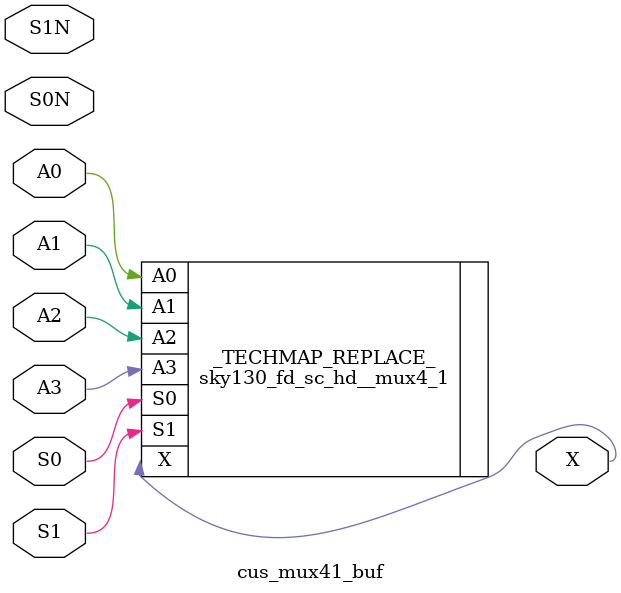
<source format=v>
/*
module \$_DLATCH_N_ (E, D, Q);
  //wire [1023:0] _TECHMAP_DO_ = "simplemap; opt";
  input E, D;
  output Q;
//  TLATNX1M _TECHMAP_REPLACE_ (
  sky130_fd_sc_hd__udp_dlatch_p _TECHMAP_REPLACE_ (
    .D(D),
    .GATE(E),
    .Q(Q)
  );
endmodule

module \$_DLATCH_P_ (E, D, Q);
  //wire [1023:0] _TECHMAP_DO_ = "simplemap; opt";
  input E, D;
  output Q;
//  TLATNX1M _TECHMAP_REPLACE_ (
  sky130_fd_sc_hd__udp_dlatch_p _TECHMAP_REPLACE_ (
    .D(D),
    .GATE(E),
    .Q(Q)
  );
endmodule
module \$_DLATCH_N_ (E, D, Q);
  input E, D;
  output Q;
  sky130_fd_sc_hd__dlrtp_1 _TECHMAP_REPLACE_ (
    .D(D),
    .GATE(E),
    .RESET_B(1'b1), //disable reset (active low)
    .Q(Q)
  );
endmodule

module \$_DLATCH_P_ (E, D, Q);
  input E, D;
  output Q;
  sky130_fd_sc_hd__dlrtp_1 _TECHMAP_REPLACE_ (
    .D(D),
    .GATE(E),
    .RESET_B(1'b1), //disable reset (active low)
    .Q(Q)
  );
endmodule
*/

/*
module \$_DLATCH_N_ (E, D, Q, QN);
  input E, D;
  output Q, QN;
  sky130_fd_sc_hd__dlxbn_1 _TECHMAP_REPLACE_ (
    .D(D),
    .GATE(E),
    .Q(Q),
    .Q_N(QN)
  );
endmodule

module \$_DLATCH_P_ (E, D, Q, QN);
  input E, D;
  output Q, QN;
  sky130_fd_sc_hd__dlxbp_1 _TECHMAP_REPLACE_ (
    .D(D),
    .GATE(E),
    .Q(Q),
    .Q_N(QN)
  );
endmodule
*/

module LHQD1 (E, D, Q, QN);
  input E, D;
  output Q, QN;
  sky130_fd_sc_hd__dlxbp_1 _TECHMAP_REPLACE_ (
    .D(D),
    .GATE(E),
    .Q(Q),
    .Q_N(QN)
  );
endmodule

/*
module cus_mux41_buf (A0, A1, A2, A3, S0, S0N, S1, S1N, X);
  input A0, A1, A2, A3, S0, S0N, S1, S1N;
  output X;
	cus_tg_mux41_buf _TECHMAP_REPLACE_ (
	.A0 (A0),
	.A1 (A1),
	.A2 (A2),
	.A3 (A3),
	.S0 (S0),
	.S0N (S0N),
	.S1 (S1),
	.S1N (S1N),
	.X (X)
	);
endmodule
*/

module cus_mux41_buf (A0, A1, A2, A3, S0, S0N, S1, S1N, X);
  input A0, A1, A2, A3, S0, S0N, S1, S1N;
  output X;
  sky130_fd_sc_hd__mux4_1 _TECHMAP_REPLACE_ (
      .X(X),
      .A0(A0),
      .A1(A1),
      .A2(A2),
      .A3(A3),
      .S0(S0),
      .S1(S1)
  );
endmodule

</source>
